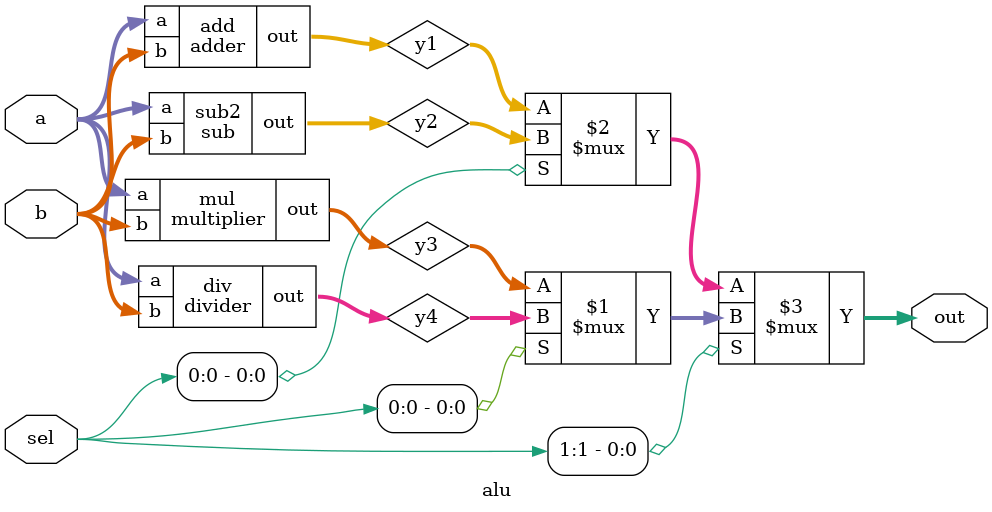
<source format=sv>

module adder(
    input logic [31:0] a,
    input logic [31:0] b,
    output logic [31:0] out);

    assign out = a + b;
endmodule

module sub(
    input logic [31:0] a,
    input logic [31:0] b,
    output logic [31:0] out
);

    assign out = a - b;
endmodule

module multiplier(
    input logic [31:0] a,
    input logic [31:0] b,
    output logic [31:0] out
);

    assign out = a * b;
endmodule

module divider(
    input logic [31:0] a,
    input logic [31:0] b,
    output logic [31:0] out
);

    assign out = a / b;
endmodule

module alu(
    input logic [31:0] a,
    input logic [31:0] b,
    input logic [1:0] sel,
    output logic [31:0] out
);

    // それぞれの演算器をモジュールとして呼び出し
    logic [31:0] y1;
    adder add(.a (a), .b (b), .out (y1));

    logic [31:0] y2;
    sub sub2(.a (a), .b (b), .out (y2));

    logic [31:0] y3;
    multiplier mul(.a (a), .b (b), .out (y3));

    logic [31:0] y4;
    divider div(.a (a), .b (b), .out (y4));

    // 一つの出力を選択
    assign out = sel[1] ? (sel[0] ? y4 : y3)
            : (sel[0] ? y2 : y1);
endmodule
</source>
